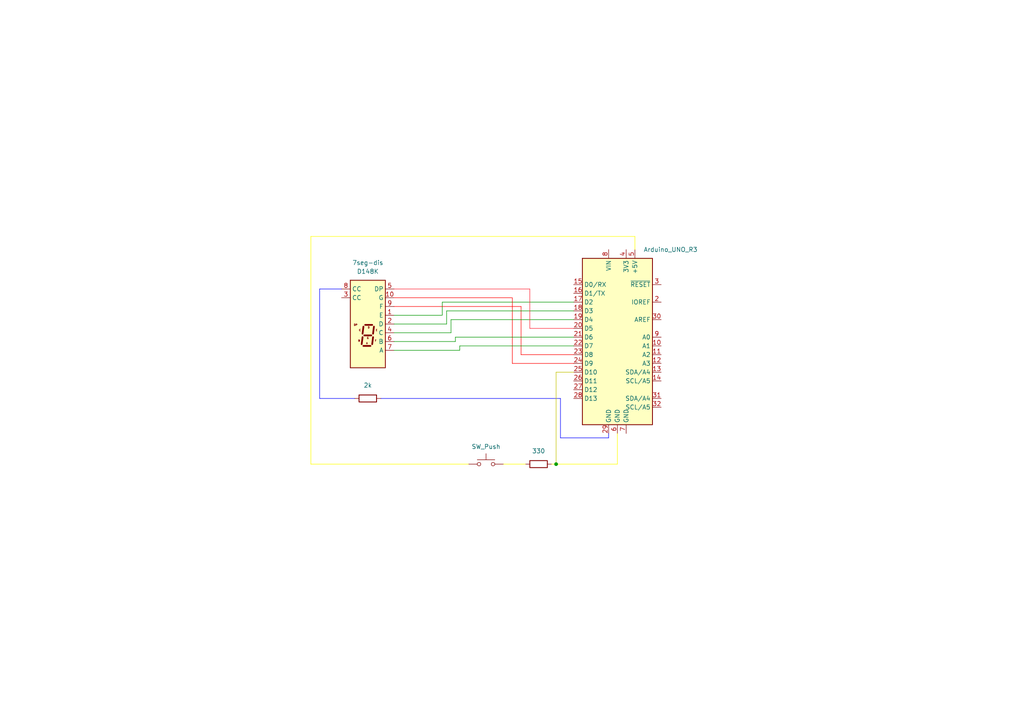
<source format=kicad_sch>
(kicad_sch (version 20230121) (generator eeschema)
  (paper "A4")
  (title_block (title "7-segment-display") (date "2023-12-28"))
  (lib_symbols
    (symbol "Device:R" (pin_numbers hide) (pin_names (offset 0))
      (property "Reference" "R" (at 2.032 0 90))
      (property "Value" "R" (at 0 0 90))
      (symbol "R_0_1"
        (rectangle (start -1.016 -2.54) (end 1.016 2.54) (stroke (width 0.254)))
      )
      (symbol "R_1_1"
        (pin passive line (at 0 3.81 270) (length 1.27) (name "~") (number "1"))
        (pin passive line (at 0 -3.81 90) (length 1.27) (name "~") (number "2"))
      )
    )
    (symbol "Display_Character:D148K"
      (property "Reference" "U" (at -2.54 13.97 0))
      (property "Value" "D148K" (at 1.27 13.97 0))
      (symbol "D148K_0_0"
        (text "A" (at 0.254 5.588 0) (effects (font (size 0.508 0.508))))
        (text "B" (at 2.54 4.826 0) (effects (font (size 0.508 0.508))))
        (text "C" (at 2.286 1.778 0) (effects (font (size 0.508 0.508))))
        (text "D" (at -0.254 1.016 0) (effects (font (size 0.508 0.508))))
        (text "DP" (at 3.556 0.254 0) (effects (font (size 0.508 0.508))))
        (text "E" (at -2.54 1.778 0) (effects (font (size 0.508 0.508))))
        (text "F" (at -2.286 4.826 0) (effects (font (size 0.508 0.508))))
        (text "G" (at 0 4.064 0) (effects (font (size 0.508 0.508))))
      )
      (symbol "D148K_0_1"
        (rectangle (start -5.08 12.7) (end 5.08 -12.7) (stroke (width 0.254)) (fill (type background)))
        (polyline (pts (xy -1.524 2.794) (xy -1.778 0.762)) (stroke (width 0.508)))
        (polyline (pts (xy -1.27 0.254) (xy 0.762 0.254)) (stroke (width 0.508)))
        (polyline (pts (xy -1.27 5.842) (xy -1.524 3.81)) (stroke (width 0.508)))
        (polyline (pts (xy -1.016 3.302) (xy 1.016 3.302)) (stroke (width 0.508)))
        (polyline (pts (xy -0.762 6.35) (xy 1.27 6.35)) (stroke (width 0.508)))
        (polyline (pts (xy 1.524 2.794) (xy 1.27 0.762)) (stroke (width 0.508)))
        (polyline (pts (xy 1.778 5.842) (xy 1.524 3.81)) (stroke (width 0.508)))
        (polyline (pts (xy 2.54 0.254) (xy 2.54 0.254)) (stroke (width 0.508)))
      )
      (symbol "D148K_1_1"
        (pin input line (at -7.62 -2.54 0) (length 2.54) (name "E") (number "1"))
        (pin input line (at -7.62 -7.62 0) (length 2.54) (name "G") (number "10"))
        (pin input line (at -7.62 0 0) (length 2.54) (name "D") (number "2"))
        (pin input line (at 7.62 -7.62 180) (length 2.54) (name "CC") (number "3"))
        (pin input line (at -7.62 2.54 0) (length 2.54) (name "C") (number "4"))
        (pin input line (at -7.62 -10.16 0) (length 2.54) (name "DP") (number "5"))
        (pin input line (at -7.62 5.08 0) (length 2.54) (name "B") (number "6"))
        (pin input line (at -7.62 7.62 0) (length 2.54) (name "A") (number "7"))
        (pin input line (at 7.62 -10.16 180) (length 2.54) (name "CC") (number "8"))
        (pin input line (at -7.62 -5.08 0) (length 2.54) (name "F") (number "9"))
      )
    )
    (symbol "MCU_Module:Arduino_UNO_R3"
      (property "Reference" "A" (at -10.16 23.495 0))
      (property "Value" "Arduino_UNO_R3" (at 5.08 -26.67 0))
      (symbol "Arduino_UNO_R3_0_1"
        (rectangle (start -10.16 22.86) (end 10.16 -25.4) (stroke (width 0.254)) (fill (type background)))
      )
      (symbol "Arduino_UNO_R3_1_1"
        (pin no_connect line (at -10.16 -20.32 0) (length 2.54) hide (name "NC") (number "1"))
        (pin bidirectional line (at 12.7 -2.54 180) (length 2.54) (name "A1") (number "10"))
        (pin bidirectional line (at 12.7 -5.08 180) (length 2.54) (name "A2") (number "11"))
        (pin bidirectional line (at 12.7 -7.62 180) (length 2.54) (name "A3") (number "12"))
        (pin bidirectional line (at 12.7 -10.16 180) (length 2.54) (name "SDA/A4") (number "13"))
        (pin bidirectional line (at 12.7 -12.7 180) (length 2.54) (name "SCL/A5") (number "14"))
        (pin bidirectional line (at -12.7 15.24 0) (length 2.54) (name "D0/RX") (number "15"))
        (pin bidirectional line (at -12.7 12.7 0) (length 2.54) (name "D1/TX") (number "16"))
        (pin bidirectional line (at -12.7 10.16 0) (length 2.54) (name "D2") (number "17"))
        (pin bidirectional line (at -12.7 7.62 0) (length 2.54) (name "D3") (number "18"))
        (pin bidirectional line (at -12.7 5.08 0) (length 2.54) (name "D4") (number "19"))
        (pin output line (at 12.7 10.16 180) (length 2.54) (name "IOREF") (number "2"))
        (pin bidirectional line (at -12.7 2.54 0) (length 2.54) (name "D5") (number "20"))
        (pin bidirectional line (at -12.7 0 0) (length 2.54) (name "D6") (number "21"))
        (pin bidirectional line (at -12.7 -2.54 0) (length 2.54) (name "D7") (number "22"))
        (pin bidirectional line (at -12.7 -5.08 0) (length 2.54) (name "D8") (number "23"))
        (pin bidirectional line (at -12.7 -7.62 0) (length 2.54) (name "D9") (number "24"))
        (pin bidirectional line (at -12.7 -10.16 0) (length 2.54) (name "D10") (number "25"))
        (pin bidirectional line (at -12.7 -12.7 0) (length 2.54) (name "D11") (number "26"))
        (pin bidirectional line (at -12.7 -15.24 0) (length 2.54) (name "D12") (number "27"))
        (pin bidirectional line (at -12.7 -17.78 0) (length 2.54) (name "D13") (number "28"))
        (pin power_in line (at -2.54 -27.94 90) (length 2.54) (name "GND") (number "29"))
        (pin input line (at 12.7 15.24 180) (length 2.54) (name "~{RESET}") (number "3"))
        (pin input line (at 12.7 5.08 180) (length 2.54) (name "AREF") (number "30"))
        (pin bidirectional line (at 12.7 -17.78 180) (length 2.54) (name "SDA/A4") (number "31"))
        (pin bidirectional line (at 12.7 -20.32 180) (length 2.54) (name "SCL/A5") (number "32"))
        (pin power_out line (at 2.54 25.4 270) (length 2.54) (name "3V3") (number "4"))
        (pin power_out line (at 5.08 25.4 270) (length 2.54) (name "+5V") (number "5"))
        (pin power_in line (at 0 -27.94 90) (length 2.54) (name "GND") (number "6"))
        (pin power_in line (at 2.54 -27.94 90) (length 2.54) (name "GND") (number "7"))
        (pin power_in line (at -2.54 25.4 270) (length 2.54) (name "VIN") (number "8"))
        (pin bidirectional line (at 12.7 0 180) (length 2.54) (name "A0") (number "9"))
      )
    )
    (symbol "Switch:SW_Push" (pin_numbers hide) (pin_names (offset 1.016) hide)
      (property "Reference" "SW" (at 1.27 2.54 0))
      (property "Value" "SW_Push" (at 0 -1.524 0))
      (symbol "SW_Push_0_1"
        (circle (center -2.032 0) (radius 0.508))
        (polyline (pts (xy 0 1.27) (xy 0 3.048)))
        (polyline (pts (xy 2.54 1.27) (xy -2.54 1.27)))
        (circle (center 2.032 0) (radius 0.508))
        (pin passive line (at -5.08 0 0) (length 2.54) (name "1") (number "1"))
        (pin passive line (at 5.08 0 180) (length 2.54) (name "2") (number "2"))
      )
    )
  )
  (junction (at 161.29 134.62))
  (wire (pts (xy 179.07 134.62) (xy 179.07 125.73)) (stroke (width 0) (color 255 255 0 1)))
  (wire (pts (xy 114.3 96.52) (xy 130.81 96.52)))
  (wire (pts (xy 161.29 134.62) (xy 161.29 107.95)) (stroke (width 0) (color 194 194 0 1)))
  (wire (pts (xy 130.81 92.71) (xy 166.37 92.71)))
  (wire (pts (xy 114.3 88.9) (xy 151.13 88.9)) (stroke (width 0) (color 255 0 0 1)))
  (wire (pts (xy 153.67 83.82) (xy 153.67 95.25)) (stroke (width 0) (color 255 39 56 1)))
  (wire (pts (xy 132.08 99.06) (xy 132.08 97.79)))
  (wire (pts (xy 110.49 115.57) (xy 162.56 115.57)) (stroke (width 0) (color 0 0 255 1)))
  (wire (pts (xy 114.3 101.6) (xy 133.35 101.6)))
  (wire (pts (xy 166.37 102.87) (xy 151.13 102.87)) (stroke (width 0) (color 255 0 0 1)))
  (wire (pts (xy 129.54 90.17) (xy 166.37 90.17)))
  (wire (pts (xy 114.3 83.82) (xy 153.67 83.82)) (stroke (width 0) (color 255 39 56 1)))
  (wire (pts (xy 176.53 127) (xy 176.53 125.73)) (stroke (width 0) (color 0 0 255 1)))
  (wire (pts (xy 161.29 134.62) (xy 179.07 134.62)) (stroke (width 0) (color 255 255 0 1)))
  (wire (pts (xy 128.27 91.44) (xy 128.27 87.63)))
  (wire (pts (xy 162.56 127) (xy 176.53 127)) (stroke (width 0) (color 0 0 255 1)))
  (wire (pts (xy 162.56 115.57) (xy 162.56 127)) (stroke (width 0) (color 0 0 255 1)))
  (wire (pts (xy 160.02 134.62) (xy 161.29 134.62)) (stroke (width 0) (color 255 255 0 1)))
  (wire (pts (xy 184.15 72.39) (xy 184.15 68.58)) (stroke (width 0) (color 255 255 0 1)))
  (wire (pts (xy 114.3 99.06) (xy 132.08 99.06)))
  (wire (pts (xy 153.67 95.25) (xy 166.37 95.25)) (stroke (width 0) (color 255 39 56 1)))
  (wire (pts (xy 92.71 83.82) (xy 92.71 115.57)) (stroke (width 0) (color 0 0 255 1)))
  (wire (pts (xy 132.08 97.79) (xy 166.37 97.79)))
  (wire (pts (xy 133.35 100.33) (xy 166.37 100.33)))
  (wire (pts (xy 152.4 134.62) (xy 146.05 134.62)) (stroke (width 0) (color 255 255 0 1)))
  (wire (pts (xy 151.13 102.87) (xy 151.13 88.9)) (stroke (width 0) (color 255 0 0 1)))
  (wire (pts (xy 92.71 115.57) (xy 102.87 115.57)) (stroke (width 0) (color 0 0 255 1)))
  (wire (pts (xy 148.59 105.41) (xy 166.37 105.41)) (stroke (width 0) (color 255 0 0 1)))
  (wire (pts (xy 133.35 101.6) (xy 133.35 100.33)))
  (wire (pts (xy 130.81 96.52) (xy 130.81 92.71)))
  (wire (pts (xy 184.15 68.58) (xy 90.17 68.58)) (stroke (width 0) (color 255 255 0 1)))
  (wire (pts (xy 161.29 107.95) (xy 166.37 107.95)) (stroke (width 0) (color 194 194 0 1)))
  (wire (pts (xy 128.27 87.63) (xy 166.37 87.63)))
  (wire (pts (xy 114.3 86.36) (xy 148.59 86.36)) (stroke (width 0) (color 255 0 0 1)))
  (wire (pts (xy 129.54 93.98) (xy 129.54 90.17)))
  (wire (pts (xy 99.06 83.82) (xy 92.71 83.82)) (stroke (width 0) (color 0 0 255 1)))
  (wire (pts (xy 90.17 134.62) (xy 135.89 134.62)) (stroke (width 0) (color 255 255 0 1)))
  (wire (pts (xy 114.3 93.98) (xy 129.54 93.98)))
  (wire (pts (xy 114.3 91.44) (xy 128.27 91.44)))
  (wire (pts (xy 90.17 68.58) (xy 90.17 134.62)) (stroke (width 0) (color 255 255 0 1)))
  (wire (pts (xy 148.59 86.36) (xy 148.59 105.41)) (stroke (width 0) (color 255 0 0 1)))
  (symbol (lib_id "Switch:SW_Push") (at 140.97 134.62 0) (unit 1)
    (property "Reference" "SW?" (effects hide))
    (property "Value" "SW_Push" (at 140.97 129.54 0))
  )
  (symbol (lib_id "Display_Character:D148K") (at 106.68 93.98 180) (unit 1)
    (property "Reference" "7seg-dis" (at 106.68 76.2 0))
    (property "Value" "D148K" (at 106.68 78.74 0))
    (property "Footprint" "Display_7Segment:D1X8K" (effects hide))
    (property "Datasheet" "https://ia800903.us.archive.org/24/items/CTKD1x8K/Cromatek%20D168K.pdf" (effects hide))
  )
  (symbol (lib_id "Device:R") (at 106.68 115.57 90) (unit 1)
    (property "Reference" "R?" (effects hide))
    (property "Value" "2k" (at 106.68 111.76 90))
  )
  (symbol (lib_id "Device:R") (at 156.21 134.62 270) (unit 1)
    (property "Reference" "R?" (effects hide))
    (property "Value" "330" (at 156.21 130.81 90))
  )
  (symbol (lib_id "MCU_Module:Arduino_UNO_R3") (at 179.07 97.79 0) (unit 1)
    (property "Reference" "A?" (effects hide))
    (property "Value" "Arduino_UNO_R3" (at 186.652 72.39 0) (effects (justify left)))
    (property "Footprint" "Module:Arduino_UNO_R3" (effects hide))
    (property "Datasheet" "https://www.arduino.cc/en/Main/arduinoBoardUno" (effects hide))
  )
)
</source>
